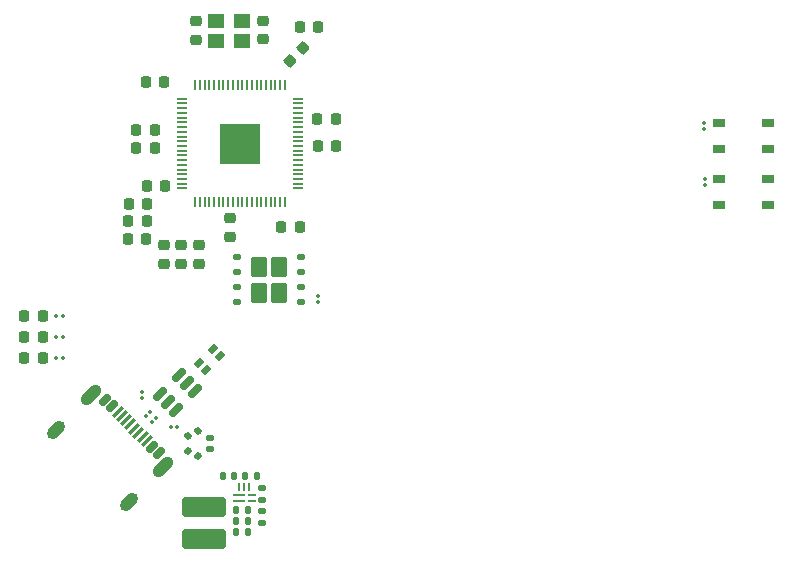
<source format=gbr>
%TF.GenerationSoftware,KiCad,Pcbnew,9.0.0*%
%TF.CreationDate,2025-08-18T13:12:07+03:00*%
%TF.ProjectId,RP2350A_Dev_board,52503233-3530-4415-9f44-65765f626f61,rev?*%
%TF.SameCoordinates,Original*%
%TF.FileFunction,Paste,Top*%
%TF.FilePolarity,Positive*%
%FSLAX46Y46*%
G04 Gerber Fmt 4.6, Leading zero omitted, Abs format (unit mm)*
G04 Created by KiCad (PCBNEW 9.0.0) date 2025-08-18 13:12:07*
%MOMM*%
%LPD*%
G01*
G04 APERTURE LIST*
G04 Aperture macros list*
%AMRoundRect*
0 Rectangle with rounded corners*
0 $1 Rounding radius*
0 $2 $3 $4 $5 $6 $7 $8 $9 X,Y pos of 4 corners*
0 Add a 4 corners polygon primitive as box body*
4,1,4,$2,$3,$4,$5,$6,$7,$8,$9,$2,$3,0*
0 Add four circle primitives for the rounded corners*
1,1,$1+$1,$2,$3*
1,1,$1+$1,$4,$5*
1,1,$1+$1,$6,$7*
1,1,$1+$1,$8,$9*
0 Add four rect primitives between the rounded corners*
20,1,$1+$1,$2,$3,$4,$5,0*
20,1,$1+$1,$4,$5,$6,$7,0*
20,1,$1+$1,$6,$7,$8,$9,0*
20,1,$1+$1,$8,$9,$2,$3,0*%
%AMHorizOval*
0 Thick line with rounded ends*
0 $1 width*
0 $2 $3 position (X,Y) of the first rounded end (center of the circle)*
0 $4 $5 position (X,Y) of the second rounded end (center of the circle)*
0 Add line between two ends*
20,1,$1,$2,$3,$4,$5,0*
0 Add two circle primitives to create the rounded ends*
1,1,$1,$2,$3*
1,1,$1,$4,$5*%
G04 Aperture macros list end*
%ADD10RoundRect,0.225000X0.225000X0.250000X-0.225000X0.250000X-0.225000X-0.250000X0.225000X-0.250000X0*%
%ADD11R,0.850000X0.200000*%
%ADD12R,0.200000X0.850000*%
%ADD13R,3.450000X3.450000*%
%ADD14RoundRect,0.067500X0.067500X0.067500X-0.067500X0.067500X-0.067500X-0.067500X0.067500X-0.067500X0*%
%ADD15RoundRect,0.140000X-0.206244X-0.077224X0.036244X-0.217224X0.206244X0.077224X-0.036244X0.217224X0*%
%ADD16RoundRect,0.225000X-0.225000X-0.250000X0.225000X-0.250000X0.225000X0.250000X-0.225000X0.250000X0*%
%ADD17RoundRect,0.218750X-0.218750X-0.256250X0.218750X-0.256250X0.218750X0.256250X-0.218750X0.256250X0*%
%ADD18R,0.700000X0.250000*%
%ADD19R,0.250000X0.700000*%
%ADD20R,1.100000X0.250000*%
%ADD21RoundRect,0.135000X0.185000X-0.135000X0.185000X0.135000X-0.185000X0.135000X-0.185000X-0.135000X0*%
%ADD22R,1.050000X0.650000*%
%ADD23RoundRect,0.067500X0.067500X-0.067500X0.067500X0.067500X-0.067500X0.067500X-0.067500X-0.067500X0*%
%ADD24R,1.400000X1.200000*%
%ADD25RoundRect,0.225000X0.250000X-0.225000X0.250000X0.225000X-0.250000X0.225000X-0.250000X-0.225000X0*%
%ADD26RoundRect,0.140000X-0.036244X-0.217224X0.206244X-0.077224X0.036244X0.217224X-0.206244X0.077224X0*%
%ADD27RoundRect,0.067500X0.000000X0.095459X-0.095459X0.000000X0.000000X-0.095459X0.095459X0.000000X0*%
%ADD28RoundRect,0.140000X0.140000X0.170000X-0.140000X0.170000X-0.140000X-0.170000X0.140000X-0.170000X0*%
%ADD29RoundRect,0.140000X0.170000X-0.140000X0.170000X0.140000X-0.170000X0.140000X-0.170000X-0.140000X0*%
%ADD30RoundRect,0.218750X-0.256250X0.218750X-0.256250X-0.218750X0.256250X-0.218750X0.256250X0.218750X0*%
%ADD31RoundRect,0.067500X-0.067500X0.067500X-0.067500X-0.067500X0.067500X-0.067500X0.067500X0.067500X0*%
%ADD32RoundRect,0.025500X0.412950X0.088388X0.088388X0.412950X-0.412950X-0.088388X-0.088388X-0.412950X0*%
%ADD33RoundRect,0.225000X-0.017678X0.335876X-0.335876X0.017678X0.017678X-0.335876X0.335876X-0.017678X0*%
%ADD34RoundRect,0.140000X-0.140000X-0.170000X0.140000X-0.170000X0.140000X0.170000X-0.140000X0.170000X0*%
%ADD35RoundRect,0.135000X-0.135000X-0.185000X0.135000X-0.185000X0.135000X0.185000X-0.135000X0.185000X0*%
%ADD36RoundRect,0.150000X0.256326X0.468458X-0.468458X-0.256326X-0.256326X-0.468458X0.468458X0.256326X0*%
%ADD37RoundRect,0.250000X-1.600000X0.600000X-1.600000X-0.600000X1.600000X-0.600000X1.600000X0.600000X0*%
%ADD38RoundRect,0.250000X0.435000X0.615000X-0.435000X0.615000X-0.435000X-0.615000X0.435000X-0.615000X0*%
%ADD39RoundRect,0.125000X0.250000X0.125000X-0.250000X0.125000X-0.250000X-0.125000X0.250000X-0.125000X0*%
%ADD40RoundRect,0.150000X-0.406586X-0.194454X-0.194454X-0.406586X0.406586X0.194454X0.194454X0.406586X0*%
%ADD41RoundRect,0.075000X-0.406586X-0.300520X-0.300520X-0.406586X0.406586X0.300520X0.300520X0.406586X0*%
%ADD42HorizOval,1.000000X-0.388909X-0.388909X0.388909X0.388909X0*%
%ADD43HorizOval,1.000000X-0.282843X-0.282843X0.282843X0.282843X0*%
%ADD44RoundRect,0.225000X-0.250000X0.225000X-0.250000X-0.225000X0.250000X-0.225000X0.250000X0.225000X0*%
G04 APERTURE END LIST*
D10*
%TO.C,C16*%
X124700000Y-93550000D03*
X123150000Y-93550000D03*
%TD*%
D11*
%TO.C,DD1*%
X124610000Y-90260000D03*
X124610000Y-89860000D03*
X124610000Y-89460000D03*
X124610000Y-89060000D03*
X124610000Y-88660000D03*
X124610000Y-88260000D03*
X124610000Y-87860000D03*
X124610000Y-87460000D03*
X124610000Y-87060000D03*
X124610000Y-86660000D03*
X124610000Y-86260000D03*
X124610000Y-85860000D03*
X124610000Y-85460000D03*
X124610000Y-85060000D03*
X124610000Y-84660000D03*
X124610000Y-84260000D03*
X124610000Y-83860000D03*
X124610000Y-83460000D03*
X124610000Y-83060000D03*
X124610000Y-82660000D03*
D12*
X123460000Y-81510000D03*
X123060000Y-81510000D03*
X122660000Y-81510000D03*
X122260000Y-81510000D03*
X121860000Y-81510000D03*
X121460000Y-81510000D03*
X121060000Y-81510000D03*
X120660000Y-81510000D03*
X120260000Y-81510000D03*
X119860000Y-81510000D03*
X119460000Y-81510000D03*
X119060000Y-81510000D03*
X118660000Y-81510000D03*
X118260000Y-81510000D03*
X117860000Y-81510000D03*
X117460000Y-81510000D03*
X117060000Y-81510000D03*
X116660000Y-81510000D03*
X116260000Y-81510000D03*
X115860000Y-81510000D03*
D11*
X114710000Y-82660000D03*
X114710000Y-83060000D03*
X114710000Y-83460000D03*
X114710000Y-83860000D03*
X114710000Y-84260000D03*
X114710000Y-84660000D03*
X114710000Y-85060000D03*
X114710000Y-85460000D03*
X114710000Y-85860000D03*
X114710000Y-86260000D03*
X114710000Y-86660000D03*
X114710000Y-87060000D03*
X114710000Y-87460000D03*
X114710000Y-87860000D03*
X114710000Y-88260000D03*
X114710000Y-88660000D03*
X114710000Y-89060000D03*
X114710000Y-89460000D03*
X114710000Y-89860000D03*
X114710000Y-90260000D03*
D12*
X115860000Y-91410000D03*
X116260000Y-91410000D03*
X116660000Y-91410000D03*
X117060000Y-91410000D03*
X117460000Y-91410000D03*
X117860000Y-91410000D03*
X118260000Y-91410000D03*
X118660000Y-91410000D03*
X119060000Y-91410000D03*
X119460000Y-91410000D03*
X119860000Y-91410000D03*
X120260000Y-91410000D03*
X120660000Y-91410000D03*
X121060000Y-91410000D03*
X121460000Y-91410000D03*
X121860000Y-91410000D03*
X122260000Y-91410000D03*
X122660000Y-91410000D03*
X123060000Y-91410000D03*
X123460000Y-91410000D03*
D13*
X119660000Y-86460000D03*
%TD*%
D14*
%TO.C,R3*%
X114365000Y-110470000D03*
X113815000Y-110470000D03*
%TD*%
D15*
%TO.C,C21*%
X115268616Y-112470000D03*
X116100000Y-112950000D03*
%TD*%
D10*
%TO.C,C14*%
X113300000Y-90050000D03*
X111750000Y-90050000D03*
%TD*%
D16*
%TO.C,C3*%
X110875000Y-86800000D03*
X112425000Y-86800000D03*
%TD*%
D17*
%TO.C,D3*%
X101375000Y-104640000D03*
X102950000Y-104640000D03*
%TD*%
D18*
%TO.C,DD5*%
X120640000Y-116700100D03*
X120640000Y-116250000D03*
D19*
X120440100Y-115574900D03*
X119990100Y-115574900D03*
X119540000Y-115574900D03*
D20*
X119540000Y-116250000D03*
X119540000Y-116700100D03*
%TD*%
D21*
%TO.C,R14*%
X121550000Y-118570000D03*
X121550000Y-117550000D03*
%TD*%
D22*
%TO.C,SW2*%
X160175000Y-89495000D03*
X164325000Y-89495000D03*
X160175000Y-91645000D03*
X164325000Y-91645000D03*
%TD*%
D23*
%TO.C,R8*%
X159000000Y-89975000D03*
X159000000Y-89425000D03*
%TD*%
D24*
%TO.C,Y1*%
X117650000Y-77750000D03*
X119850000Y-77750000D03*
X119850000Y-76050000D03*
X117650000Y-76050000D03*
%TD*%
D17*
%TO.C,L2*%
X110162500Y-94550000D03*
X111737500Y-94550000D03*
%TD*%
D25*
%TO.C,C8*%
X118850000Y-94350000D03*
X118850000Y-92800000D03*
%TD*%
D21*
%TO.C,R13*%
X121550000Y-116660000D03*
X121550000Y-115640000D03*
%TD*%
D16*
%TO.C,C12*%
X110875000Y-85300000D03*
X112425000Y-85300000D03*
%TD*%
D25*
%TO.C,C2*%
X121600000Y-77600000D03*
X121600000Y-76050000D03*
%TD*%
D10*
%TO.C,C5*%
X127750000Y-84350000D03*
X126200000Y-84350000D03*
%TD*%
D26*
%TO.C,C23*%
X115234308Y-111240000D03*
X116065692Y-110760000D03*
%TD*%
D10*
%TO.C,C13*%
X111750000Y-93050000D03*
X110200000Y-93050000D03*
%TD*%
D25*
%TO.C,C9*%
X114699998Y-96612501D03*
X114699998Y-95062501D03*
%TD*%
D16*
%TO.C,C10*%
X111700000Y-81250000D03*
X113250000Y-81250000D03*
%TD*%
D27*
%TO.C,R2*%
X112064454Y-109155546D03*
X111675546Y-109544454D03*
%TD*%
%TO.C,R1*%
X112584454Y-109675546D03*
X112195546Y-110064454D03*
%TD*%
D28*
%TO.C,C17*%
X119190000Y-114620000D03*
X118230000Y-114620000D03*
%TD*%
D29*
%TO.C,C20*%
X117150000Y-112330000D03*
X117150000Y-111370000D03*
%TD*%
D30*
%TO.C,L1*%
X113200000Y-95050000D03*
X113200002Y-96625002D03*
%TD*%
D31*
%TO.C,R6*%
X158950000Y-84675000D03*
X158950000Y-85225000D03*
%TD*%
D32*
%TO.C,FL1*%
X117980869Y-104464308D03*
X116800000Y-105645177D03*
X117365686Y-103849125D03*
X116184817Y-105029994D03*
%TD*%
D10*
%TO.C,C4*%
X127800000Y-86650000D03*
X126250000Y-86650000D03*
%TD*%
%TO.C,C11*%
X126250000Y-76550000D03*
X124700000Y-76550000D03*
%TD*%
D33*
%TO.C,C6*%
X124998008Y-78351992D03*
X123901992Y-79448008D03*
%TD*%
D34*
%TO.C,C19*%
X119350000Y-117450000D03*
X120310000Y-117450000D03*
%TD*%
D35*
%TO.C,R5*%
X120090000Y-114620000D03*
X121110000Y-114620000D03*
%TD*%
D34*
%TO.C,C22*%
X119350000Y-119350000D03*
X120310000Y-119350000D03*
%TD*%
D14*
%TO.C,R9*%
X104640000Y-101050000D03*
X104090000Y-101050000D03*
%TD*%
D36*
%TO.C,U2*%
X115810419Y-107363083D03*
X115138668Y-106691332D03*
X114466917Y-106019581D03*
X112858249Y-107628249D03*
X113530000Y-108300000D03*
X114201751Y-108971751D03*
%TD*%
D14*
%TO.C,R10*%
X104640000Y-102870000D03*
X104090000Y-102870000D03*
%TD*%
D25*
%TO.C,C1*%
X116199998Y-96612501D03*
X116199998Y-95062501D03*
%TD*%
D37*
%TO.C,L4*%
X116600000Y-117200000D03*
X116600000Y-119900000D03*
%TD*%
D17*
%TO.C,D1*%
X101375000Y-101080000D03*
X102950000Y-101080000D03*
%TD*%
D14*
%TO.C,R11*%
X104640000Y-104640000D03*
X104090000Y-104640000D03*
%TD*%
D34*
%TO.C,C18*%
X119350000Y-118400000D03*
X120310000Y-118400000D03*
%TD*%
D38*
%TO.C,U1*%
X122950000Y-99075000D03*
X122950000Y-96925000D03*
X121250000Y-99075000D03*
X121250000Y-96925000D03*
D39*
X124800000Y-99905000D03*
X124800000Y-98635000D03*
X124800000Y-97365000D03*
X124800000Y-96095000D03*
X119400000Y-96095000D03*
X119400000Y-97365000D03*
X119400000Y-98635000D03*
X119400000Y-99905000D03*
%TD*%
D40*
%TO.C,J5*%
X108264350Y-108150166D03*
X108830036Y-108715852D03*
D41*
X109643208Y-109529025D03*
X110350315Y-110236131D03*
X110703869Y-110589685D03*
X111410975Y-111296792D03*
D40*
X112224148Y-112109964D03*
X112789834Y-112675650D03*
X112789834Y-112675650D03*
X112224148Y-112109964D03*
D41*
X111764529Y-111650345D03*
X111057422Y-110943238D03*
X109996762Y-109882578D03*
X109289655Y-109175471D03*
D40*
X108830036Y-108715852D03*
X108264350Y-108150166D03*
D42*
X107065804Y-107764793D03*
D43*
X104110098Y-110720499D03*
D42*
X113175207Y-113874196D03*
D43*
X110219501Y-116829902D03*
%TD*%
D31*
%TO.C,R4*%
X111370000Y-107475000D03*
X111370000Y-108025000D03*
%TD*%
D17*
%TO.C,D2*%
X101375000Y-102870000D03*
X102950000Y-102870000D03*
%TD*%
D31*
%TO.C,R7*%
X126300000Y-99325000D03*
X126300000Y-99875000D03*
%TD*%
D22*
%TO.C,SW1*%
X160175000Y-84745000D03*
X164325000Y-84745000D03*
X160175000Y-86895000D03*
X164325000Y-86895000D03*
%TD*%
D44*
%TO.C,C15*%
X115900000Y-76100000D03*
X115900000Y-77650000D03*
%TD*%
D16*
%TO.C,C7*%
X110225000Y-91550000D03*
X111775000Y-91550000D03*
%TD*%
M02*

</source>
